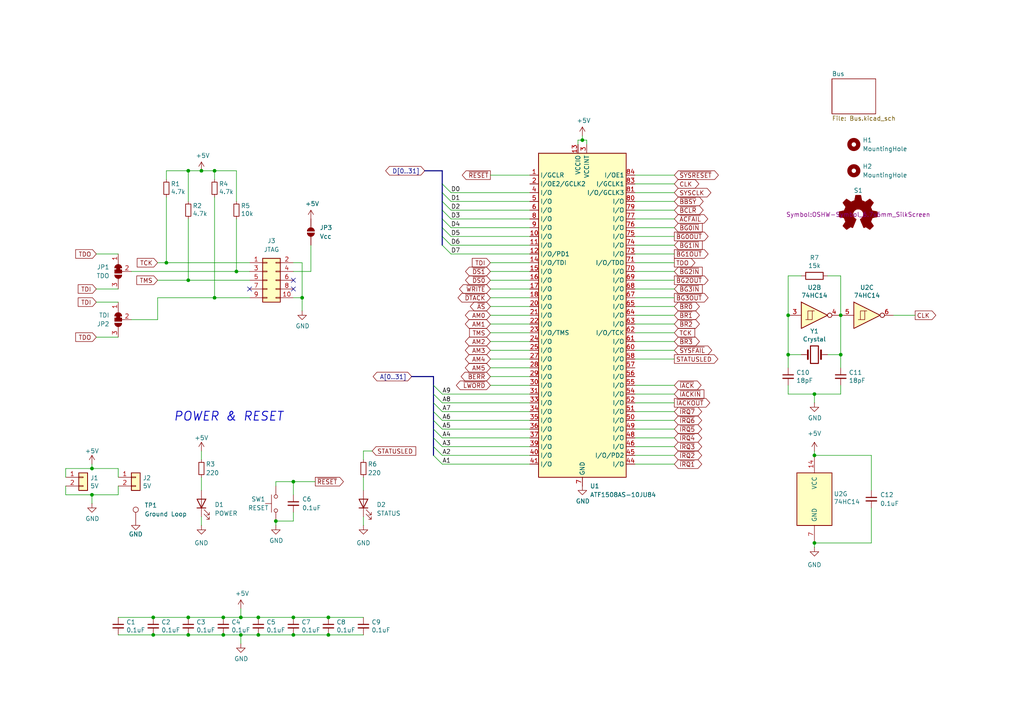
<source format=kicad_sch>
(kicad_sch (version 20231120) (generator "eeschema") (generator_version "8.0")
  (paper "A4")
  (title_block (title "VME SystemBoard") (rev "1"))
  (lib_symbols
    (symbol "74xx:74HC14" (pin_names (offset 1.016))
      (property "Reference" "U" (at 0 1.27 0))
      (property "Value" "74HC14" (at 0 -1.27 0))
      (symbol "74HC14_1_0"
        (pin input line (at -7.62 0 0) (length 3.81) (name "~") (number "1"))
        (pin output inverted (at 7.62 0 180) (length 3.81) (name "~") (number "2"))
      )
      (symbol "74HC14_2_0"
        (pin input line (at -7.62 0 0) (length 3.81) (name "~") (number "3"))
        (pin output inverted (at 7.62 0 180) (length 3.81) (name "~") (number "4"))
      )
      (symbol "74HC14_3_0"
        (pin input line (at -7.62 0 0) (length 3.81) (name "~") (number "5"))
        (pin output inverted (at 7.62 0 180) (length 3.81) (name "~") (number "6"))
      )
      (symbol "74HC14_4_0"
        (pin output inverted (at 7.62 0 180) (length 3.81) (name "~") (number "8"))
        (pin input line (at -7.62 0 0) (length 3.81) (name "~") (number "9"))
      )
      (symbol "74HC14_5_0"
        (pin output inverted (at 7.62 0 180) (length 3.81) (name "~") (number "10"))
        (pin input line (at -7.62 0 0) (length 3.81) (name "~") (number "11"))
      )
      (symbol "74HC14_6_0"
        (pin output inverted (at 7.62 0 180) (length 3.81) (name "~") (number "12"))
        (pin input line (at -7.62 0 0) (length 3.81) (name "~") (number "13"))
      )
      (symbol "74HC14_7_0"
        (pin power_in line (at 0 12.7 270) (length 5.08) (name "VCC") (number "14"))
        (pin power_in line (at 0 -12.7 90) (length 5.08) (name "GND") (number "7"))
      )
    )
    (symbol "Computie_CPLDs:ATF1508AS-10JU84"
      (property "Reference" "U" (at -12.7 48.26 0))
      (property "Value" "ATF1508AS-10JU84" (at 22.86 48.26 0))
      (symbol "ATF1508AS-10JU84_1_1"
        (pin input line (at -15.24 40.64 0) (length 2.54) (name "I/GCLR") (number "1"))
        (pin bidirectional line (at -15.24 22.86 0) (length 2.54) (name "I/O") (number "10"))
        (pin bidirectional line (at -15.24 20.32 0) (length 2.54) (name "I/O") (number "11"))
        (pin bidirectional line (at -15.24 17.78 0) (length 2.54) (name "I/O/PD1") (number "12"))
        (pin power_in line (at -1.27 49.53 270) (length 2.54) (name "VCCIO") (number "13"))
        (pin bidirectional line (at -15.24 15.24 0) (length 2.54) (name "I/O/TDI") (number "14"))
        (pin bidirectional line (at -15.24 12.7 0) (length 2.54) (name "I/O") (number "15"))
        (pin bidirectional line (at -15.24 10.16 0) (length 2.54) (name "I/O") (number "16"))
        (pin bidirectional line (at -15.24 7.62 0) (length 2.54) (name "I/O") (number "17"))
        (pin bidirectional line (at -15.24 5.08 0) (length 2.54) (name "I/O") (number "18"))
        (pin passive line (at 0 -49.53 90) (length 2.54) hide (name "GND") (number "19"))
        (pin input line (at -15.24 38.1 0) (length 2.54) (name "I/OE2/GCLK2") (number "2"))
        (pin bidirectional line (at -15.24 2.54 0) (length 2.54) (name "I/O") (number "20"))
        (pin bidirectional line (at -15.24 0 0) (length 2.54) (name "I/O") (number "21"))
        (pin bidirectional line (at -15.24 -2.54 0) (length 2.54) (name "I/O") (number "22"))
        (pin bidirectional line (at -15.24 -5.08 0) (length 2.54) (name "I/O/TMS") (number "23"))
        (pin bidirectional line (at -15.24 -7.62 0) (length 2.54) (name "I/O") (number "24"))
        (pin bidirectional line (at -15.24 -10.16 0) (length 2.54) (name "I/O") (number "25"))
        (pin passive line (at -1.27 49.53 270) (length 2.54) hide (name "VCCIO") (number "26"))
        (pin bidirectional line (at -15.24 -12.7 0) (length 2.54) (name "I/O") (number "27"))
        (pin bidirectional line (at -15.24 -15.24 0) (length 2.54) (name "I/O") (number "28"))
        (pin bidirectional line (at -15.24 -17.78 0) (length 2.54) (name "I/O") (number "29"))
        (pin power_in line (at 1.27 49.53 270) (length 2.54) (name "VCCINT") (number "3"))
        (pin bidirectional line (at -15.24 -20.32 0) (length 2.54) (name "I/O") (number "30"))
        (pin bidirectional line (at -15.24 -22.86 0) (length 2.54) (name "I/O") (number "31"))
        (pin passive line (at 0 -49.53 90) (length 2.54) hide (name "GND") (number "32"))
        (pin bidirectional line (at -15.24 -25.4 0) (length 2.54) (name "I/O") (number "33"))
        (pin bidirectional line (at -15.24 -27.94 0) (length 2.54) (name "I/O") (number "34"))
        (pin bidirectional line (at -15.24 -30.48 0) (length 2.54) (name "I/O") (number "35"))
        (pin bidirectional line (at -15.24 -33.02 0) (length 2.54) (name "I/O") (number "36"))
        (pin bidirectional line (at -15.24 -35.56 0) (length 2.54) (name "I/O") (number "37"))
        (pin passive line (at -1.27 49.53 270) (length 2.54) hide (name "VCCIO") (number "38"))
        (pin bidirectional line (at -15.24 -38.1 0) (length 2.54) (name "I/O") (number "39"))
        (pin bidirectional line (at -15.24 35.56 0) (length 2.54) (name "I/O") (number "4"))
        (pin bidirectional line (at -15.24 -40.64 0) (length 2.54) (name "I/O") (number "40"))
        (pin bidirectional line (at -15.24 -43.18 0) (length 2.54) (name "I/O") (number "41"))
        (pin passive line (at 0 -49.53 90) (length 2.54) hide (name "GND") (number "42"))
        (pin passive line (at 1.27 49.53 270) (length 2.54) hide (name "VCCINT") (number "43"))
        (pin bidirectional line (at 15.24 -43.18 180) (length 2.54) (name "I/O") (number "44"))
        (pin bidirectional line (at 15.24 -40.64 180) (length 2.54) (name "I/O/PD2") (number "45"))
        (pin bidirectional line (at 15.24 -38.1 180) (length 2.54) (name "I/O") (number "46"))
        (pin passive line (at 0 -49.53 90) (length 2.54) hide (name "GND") (number "47"))
        (pin bidirectional line (at 15.24 -35.56 180) (length 2.54) (name "I/O") (number "48"))
        (pin bidirectional line (at 15.24 -33.02 180) (length 2.54) (name "I/O") (number "49"))
        (pin bidirectional line (at -15.24 33.02 0) (length 2.54) (name "I/O") (number "5"))
        (pin bidirectional line (at 15.24 -30.48 180) (length 2.54) (name "I/O") (number "50"))
        (pin bidirectional line (at 15.24 -27.94 180) (length 2.54) (name "I/O") (number "51"))
        (pin bidirectional line (at 15.24 -25.4 180) (length 2.54) (name "I/O") (number "52"))
        (pin passive line (at -1.27 49.53 270) (length 2.54) hide (name "VCCIO") (number "53"))
        (pin bidirectional line (at 15.24 -22.86 180) (length 2.54) (name "I/O") (number "54"))
        (pin bidirectional line (at 15.24 -20.32 180) (length 2.54) (name "I/O") (number "55"))
        (pin bidirectional line (at 15.24 -17.78 180) (length 2.54) (name "I/O") (number "56"))
        (pin bidirectional line (at 15.24 -15.24 180) (length 2.54) (name "I/O") (number "57"))
        (pin bidirectional line (at 15.24 -12.7 180) (length 2.54) (name "I/O") (number "58"))
        (pin passive line (at 0 -49.53 90) (length 2.54) hide (name "GND") (number "59"))
        (pin bidirectional line (at -15.24 30.48 0) (length 2.54) (name "I/O") (number "6"))
        (pin bidirectional line (at 15.24 -10.16 180) (length 2.54) (name "I/O") (number "60"))
        (pin bidirectional line (at 15.24 -7.62 180) (length 2.54) (name "I/O") (number "61"))
        (pin bidirectional line (at 15.24 -5.08 180) (length 2.54) (name "I/O/TCK") (number "62"))
        (pin bidirectional line (at 15.24 -2.54 180) (length 2.54) (name "I/O") (number "63"))
        (pin bidirectional line (at 15.24 0 180) (length 2.54) (name "I/O") (number "64"))
        (pin bidirectional line (at 15.24 2.54 180) (length 2.54) (name "I/O") (number "65"))
        (pin passive line (at -1.27 49.53 270) (length 2.54) hide (name "VCCIO") (number "66"))
        (pin bidirectional line (at 15.24 5.08 180) (length 2.54) (name "I/O") (number "67"))
        (pin bidirectional line (at 15.24 7.62 180) (length 2.54) (name "I/O") (number "68"))
        (pin bidirectional line (at 15.24 10.16 180) (length 2.54) (name "I/O") (number "69"))
        (pin power_in line (at 0 -49.53 90) (length 2.54) (name "GND") (number "7"))
        (pin bidirectional line (at 15.24 12.7 180) (length 2.54) (name "I/O") (number "70"))
        (pin bidirectional line (at 15.24 15.24 180) (length 2.54) (name "I/O/TDO") (number "71"))
        (pin passive line (at 0 -49.53 90) (length 2.54) hide (name "GND") (number "72"))
        (pin bidirectional line (at 15.24 17.78 180) (length 2.54) (name "I/O") (number "73"))
        (pin bidirectional line (at 15.24 20.32 180) (length 2.54) (name "I/O") (number "74"))
        (pin bidirectional line (at 15.24 22.86 180) (length 2.54) (name "I/O") (number "75"))
        (pin bidirectional line (at 15.24 25.4 180) (length 2.54) (name "I/O") (number "76"))
        (pin bidirectional line (at 15.24 27.94 180) (length 2.54) (name "I/O") (number "77"))
        (pin passive line (at -1.27 49.53 270) (length 2.54) hide (name "VCCIO") (number "78"))
        (pin bidirectional line (at 15.24 30.48 180) (length 2.54) (name "I/O") (number "79"))
        (pin bidirectional line (at -15.24 27.94 0) (length 2.54) (name "I/O") (number "8"))
        (pin bidirectional line (at 15.24 33.02 180) (length 2.54) (name "I/O") (number "80"))
        (pin bidirectional line (at 15.24 35.56 180) (length 2.54) (name "I/O/GCLK3") (number "81"))
        (pin passive line (at 0 -49.53 90) (length 2.54) hide (name "GND") (number "82"))
        (pin input line (at 15.24 38.1 180) (length 2.54) (name "I/GCLK1") (number "83"))
        (pin input line (at 15.24 40.64 180) (length 2.54) (name "I/OE1") (number "84"))
        (pin bidirectional line (at -15.24 25.4 0) (length 2.54) (name "I/O") (number "9"))
      )
    )
    (symbol "Connector:TestPoint" (pin_numbers hide) (pin_names (offset 0.762) hide)
      (property "Reference" "TP" (at 0 6.858 0))
      (property "Value" "TestPoint" (at 0 5.08 0))
      (symbol "TestPoint_1_1"
        (pin passive line (at 0 0 90) (length 2.54) (name "1") (number "1"))
      )
    )
    (symbol "Connector_Generic:Conn_01x02" (pin_names (offset 1.016) hide)
      (property "Reference" "J" (at 0 2.54 0))
      (property "Value" "Conn_01x02" (at 0 -5.08 0))
      (symbol "Conn_01x02_1_1"
        (pin passive line (at -5.08 0 0) (length 3.81) (name "Pin_1") (number "1"))
        (pin passive line (at -5.08 -2.54 0) (length 3.81) (name "Pin_2") (number "2"))
      )
    )
    (symbol "Connector_Generic:Conn_02x05_Odd_Even" (pin_names (offset 1.016) hide)
      (property "Reference" "J" (at 1.27 7.62 0))
      (property "Value" "Conn_02x05_Odd_Even" (at 1.27 -7.62 0))
      (symbol "Conn_02x05_Odd_Even_1_1"
        (pin passive line (at -5.08 5.08 0) (length 3.81) (name "Pin_1") (number "1"))
        (pin passive line (at 7.62 -5.08 180) (length 3.81) (name "Pin_10") (number "10"))
        (pin passive line (at 7.62 5.08 180) (length 3.81) (name "Pin_2") (number "2"))
        (pin passive line (at -5.08 2.54 0) (length 3.81) (name "Pin_3") (number "3"))
        (pin passive line (at 7.62 2.54 180) (length 3.81) (name "Pin_4") (number "4"))
        (pin passive line (at -5.08 0 0) (length 3.81) (name "Pin_5") (number "5"))
        (pin passive line (at 7.62 0 180) (length 3.81) (name "Pin_6") (number "6"))
        (pin passive line (at -5.08 -2.54 0) (length 3.81) (name "Pin_7") (number "7"))
        (pin passive line (at 7.62 -2.54 180) (length 3.81) (name "Pin_8") (number "8"))
        (pin passive line (at -5.08 -5.08 0) (length 3.81) (name "Pin_9") (number "9"))
      )
    )
    (symbol "Device:C_Small" (pin_numbers hide) (pin_names (offset 0.254) hide)
      (property "Reference" "C" (at 0.254 1.778 0))
      (property "Value" "C_Small" (at 0.254 -2.032 0))
      (symbol "C_Small_1_1"
        (pin passive line (at 0 2.54 270) (length 2.032) (name "~") (number "1"))
        (pin passive line (at 0 -2.54 90) (length 2.032) (name "~") (number "2"))
      )
    )
    (symbol "Device:Crystal" (pin_numbers hide) (pin_names (offset 1.016) hide)
      (property "Reference" "Y" (at 0 3.81 0))
      (property "Value" "Crystal" (at 0 -3.81 0))
      (symbol "Crystal_1_1"
        (pin passive line (at -3.81 0 0) (length 1.27) (name "1") (number "1"))
        (pin passive line (at 3.81 0 180) (length 1.27) (name "2") (number "2"))
      )
    )
    (symbol "Device:LED" (pin_numbers hide) (pin_names (offset 1.016) hide)
      (property "Reference" "D" (at 0 2.54 0))
      (property "Value" "LED" (at 0 -2.54 0))
      (symbol "LED_1_1"
        (pin passive line (at -3.81 0 0) (length 2.54) (name "K") (number "1"))
        (pin passive line (at 3.81 0 180) (length 2.54) (name "A") (number "2"))
      )
    )
    (symbol "Device:R" (pin_numbers hide) (pin_names (offset 0))
      (property "Reference" "R" (at 2.032 0 90))
      (property "Value" "R" (at 0 0 90))
      (symbol "R_1_1"
        (pin passive line (at 0 3.81 270) (length 1.27) (name "~") (number "1"))
        (pin passive line (at 0 -3.81 90) (length 1.27) (name "~") (number "2"))
      )
    )
    (symbol "Device:R_Small" (pin_numbers hide) (pin_names (offset 0.254) hide)
      (property "Reference" "R" (at 0.762 0.508 0))
      (property "Value" "R_Small" (at 0.762 -1.016 0))
      (symbol "R_Small_1_1"
        (pin passive line (at 0 2.54 270) (length 0.762) (name "~") (number "1"))
        (pin passive line (at 0 -2.54 90) (length 0.762) (name "~") (number "2"))
      )
    )
    (symbol "Graphic:Logo_Open_Hardware_Small" (in_bom no) (on_board no))
    (symbol "Jumper:SolderJumper_2_Open" (pin_numbers hide) (pin_names (offset 0) hide) (exclude_from_sim yes) (in_bom no)
      (property "Reference" "JP" (at 0 2.032 0))
      (property "Value" "SolderJumper_2_Open" (at 0 -2.54 0))
      (symbol "SolderJumper_2_Open_1_1"
        (pin passive line (at -3.81 0 0) (length 2.54) (name "A") (number "1"))
        (pin passive line (at 3.81 0 180) (length 2.54) (name "B") (number "2"))
      )
    )
    (symbol "Jumper:SolderJumper_3_Bridged12" (pin_names (offset 0) hide) (exclude_from_sim yes) (in_bom no)
      (property "Reference" "JP" (at -2.54 -2.54 0))
      (property "Value" "SolderJumper_3_Bridged12" (at 0 2.794 0))
      (symbol "SolderJumper_3_Bridged12_1_1"
        (pin passive line (at -5.08 0 0) (length 2.54) (name "A") (number "1"))
        (pin passive line (at 0 -3.81 90) (length 2.54) (name "C") (number "2"))
        (pin passive line (at 5.08 0 180) (length 2.54) (name "B") (number "3"))
      )
    )
    (symbol "Mechanical:MountingHole" (pin_names (offset 1.016))
      (property "Reference" "H" (at 0 5.08 0))
      (property "Value" "MountingHole" (at 0 3.175 0))
    )
    (symbol "Switch:SW_Push" (pin_numbers hide) (pin_names (offset 1.016) hide)
      (property "Reference" "SW" (at 1.27 2.54 0))
      (property "Value" "SW_Push" (at 0 -1.524 0))
      (symbol "SW_Push_0_1"
        (pin passive line (at -5.08 0 0) (length 2.54) (name "1") (number "1"))
        (pin passive line (at 5.08 0 180) (length 2.54) (name "2") (number "2"))
      )
    )
    (symbol "power:+5V" (power) (pin_names (offset 0))
      (property "Value" "+5V" (at 0 3.556 0))
      (symbol "+5V_1_1"
        (pin power_in line (at 0 0 90) (length 0) hide (name "+5V") (number "1"))
      )
    )
    (symbol "power:GND" (power) (pin_numbers hide) (pin_names (offset 0) hide)
      (property "Value" "GND" (at 0 -3.81 0))
      (symbol "GND_1_1"
        (pin power_in line (at 0 0 270) (length 0) (name "~") (number "1"))
      )
    )
  )
  (junction (at 236.22 114.3))
  (junction (at 168.91 40.64))
  (junction (at 87.63 86.36))
  (junction (at 228.6 102.87))
  (junction (at 44.45 179.07))
  (junction (at 228.6 91.44))
  (junction (at 95.25 179.07))
  (junction (at 64.77 184.15))
  (junction (at 54.61 81.28))
  (junction (at 64.77 179.07))
  (junction (at 85.09 184.15))
  (junction (at 26.67 135.89))
  (junction (at 69.85 184.15))
  (junction (at 85.09 179.07))
  (junction (at 26.67 143.51))
  (junction (at 80.01 151.13))
  (junction (at 243.84 102.87))
  (junction (at 44.45 184.15))
  (junction (at 54.61 184.15))
  (junction (at 69.85 179.07))
  (junction (at 236.22 157.48))
  (junction (at 243.84 91.44))
  (junction (at 74.93 184.15))
  (junction (at 62.23 49.53))
  (junction (at 54.61 179.07))
  (junction (at 58.42 49.53))
  (junction (at 95.25 184.15))
  (junction (at 85.09 139.7))
  (junction (at 236.22 132.08))
  (junction (at 68.58 78.74))
  (junction (at 54.61 49.53))
  (junction (at 62.23 86.36))
  (junction (at 74.93 179.07))
  (junction (at 48.26 76.2))
  (no_connect (at 85.09 81.28))
  (no_connect (at 85.09 83.82))
  (no_connect (at 72.39 83.82))
  (bus_entry (at 130.81 60.96) (size -2.54 -2.54))
  (bus_entry (at 130.81 66.04) (size -2.54 -2.54))
  (bus_entry (at 130.81 68.58) (size -2.54 -2.54))
  (bus_entry (at 128.27 114.3) (size -2.54 -2.54))
  (bus_entry (at 128.27 127) (size -2.54 -2.54))
  (bus_entry (at 128.27 134.62) (size -2.54 -2.54))
  (bus_entry (at 128.27 132.08) (size -2.54 -2.54))
  (bus_entry (at 128.27 119.38) (size -2.54 -2.54))
  (bus_entry (at 130.81 58.42) (size -2.54 -2.54))
  (bus_entry (at 128.27 124.46) (size -2.54 -2.54))
  (bus_entry (at 128.27 129.54) (size -2.54 -2.54))
  (bus_entry (at 130.81 71.12) (size -2.54 -2.54))
  (bus_entry (at 130.81 63.5) (size -2.54 -2.54))
  (bus_entry (at 128.27 116.84) (size -2.54 -2.54))
  (bus_entry (at 130.81 73.66) (size -2.54 -2.54))
  (bus_entry (at 130.81 55.88) (size -2.54 -2.54))
  (bus_entry (at 128.27 121.92) (size -2.54 -2.54))
  (wire (pts (xy 64.77 179.07) (xy 69.85 179.07)))
  (wire (pts (xy 62.23 49.53) (xy 68.58 49.53)))
  (bus (pts (xy 128.27 55.88) (xy 128.27 58.42)))
  (bus (pts (xy 125.73 114.3) (xy 125.73 116.84)))
  (wire (pts (xy 195.58 127) (xy 184.15 127)))
  (wire (pts (xy 228.6 80.01) (xy 228.6 91.44)))
  (wire (pts (xy 19.05 135.89) (xy 26.67 135.89)))
  (bus (pts (xy 128.27 63.5) (xy 128.27 66.04)))
  (wire (pts (xy 85.09 78.74) (xy 90.17 78.74)))
  (wire (pts (xy 87.63 76.2) (xy 87.63 86.36)))
  (wire (pts (xy 44.45 179.07) (xy 54.61 179.07)))
  (wire (pts (xy 142.24 106.68) (xy 153.67 106.68)))
  (wire (pts (xy 128.27 124.46) (xy 153.67 124.46)))
  (wire (pts (xy 142.24 81.28) (xy 153.67 81.28)))
  (wire (pts (xy 195.58 88.9) (xy 184.15 88.9)))
  (bus (pts (xy 125.73 132.08) (xy 125.73 129.54)))
  (wire (pts (xy 184.15 76.2) (xy 195.58 76.2)))
  (wire (pts (xy 48.26 57.15) (xy 48.26 76.2)))
  (wire (pts (xy 54.61 184.15) (xy 44.45 184.15)))
  (wire (pts (xy 128.27 134.62) (xy 153.67 134.62)))
  (wire (pts (xy 195.58 111.76) (xy 184.15 111.76)))
  (wire (pts (xy 228.6 91.44) (xy 228.6 102.87)))
  (wire (pts (xy 195.58 132.08) (xy 184.15 132.08)))
  (wire (pts (xy 130.81 60.96) (xy 153.67 60.96)))
  (wire (pts (xy 236.22 132.08) (xy 252.73 132.08)))
  (wire (pts (xy 62.23 57.15) (xy 62.23 86.36)))
  (wire (pts (xy 54.61 63.5) (xy 54.61 81.28)))
  (wire (pts (xy 142.24 86.36) (xy 153.67 86.36)))
  (wire (pts (xy 91.44 139.7) (xy 85.09 139.7)))
  (wire (pts (xy 68.58 63.5) (xy 68.58 78.74)))
  (wire (pts (xy 105.41 130.81) (xy 105.41 133.35)))
  (wire (pts (xy 236.22 130.81) (xy 236.22 132.08)))
  (wire (pts (xy 195.58 119.38) (xy 184.15 119.38)))
  (wire (pts (xy 168.91 40.64) (xy 170.18 40.64)))
  (wire (pts (xy 167.64 40.64) (xy 168.91 40.64)))
  (wire (pts (xy 85.09 151.13) (xy 80.01 151.13)))
  (wire (pts (xy 54.61 81.28) (xy 72.39 81.28)))
  (wire (pts (xy 26.67 135.89) (xy 26.67 134.62)))
  (wire (pts (xy 243.84 91.44) (xy 243.84 102.87)))
  (wire (pts (xy 142.24 109.22) (xy 153.67 109.22)))
  (wire (pts (xy 130.81 71.12) (xy 153.67 71.12)))
  (wire (pts (xy 69.85 176.53) (xy 69.85 179.07)))
  (wire (pts (xy 228.6 114.3) (xy 228.6 111.76)))
  (wire (pts (xy 58.42 138.43) (xy 58.42 142.24)))
  (wire (pts (xy 130.81 55.88) (xy 153.67 55.88)))
  (wire (pts (xy 105.41 149.86) (xy 105.41 152.4)))
  (wire (pts (xy 68.58 78.74) (xy 72.39 78.74)))
  (wire (pts (xy 34.29 73.66) (xy 27.94 73.66)))
  (wire (pts (xy 195.58 73.66) (xy 184.15 73.66)))
  (wire (pts (xy 184.15 50.8) (xy 195.58 50.8)))
  (wire (pts (xy 38.1 78.74) (xy 68.58 78.74)))
  (wire (pts (xy 44.45 184.15) (xy 34.29 184.15)))
  (wire (pts (xy 195.58 124.46) (xy 184.15 124.46)))
  (wire (pts (xy 243.84 102.87) (xy 243.84 106.68)))
  (wire (pts (xy 45.72 86.36) (xy 62.23 86.36)))
  (wire (pts (xy 26.67 143.51) (xy 34.29 143.51)))
  (bus (pts (xy 119.38 109.22) (xy 125.73 109.22)))
  (wire (pts (xy 184.15 104.14) (xy 195.58 104.14)))
  (wire (pts (xy 142.24 91.44) (xy 153.67 91.44)))
  (wire (pts (xy 34.29 97.79) (xy 27.94 97.79)))
  (wire (pts (xy 195.58 121.92) (xy 184.15 121.92)))
  (wire (pts (xy 195.58 99.06) (xy 184.15 99.06)))
  (wire (pts (xy 48.26 76.2) (xy 45.72 76.2)))
  (wire (pts (xy 128.27 132.08) (xy 153.67 132.08)))
  (wire (pts (xy 34.29 83.82) (xy 27.94 83.82)))
  (wire (pts (xy 236.22 114.3) (xy 243.84 114.3)))
  (wire (pts (xy 128.27 119.38) (xy 153.67 119.38)))
  (wire (pts (xy 45.72 92.71) (xy 45.72 86.36)))
  (wire (pts (xy 232.41 80.01) (xy 228.6 80.01)))
  (wire (pts (xy 195.58 63.5) (xy 184.15 63.5)))
  (wire (pts (xy 236.22 114.3) (xy 236.22 116.84)))
  (wire (pts (xy 259.08 91.44) (xy 265.43 91.44)))
  (bus (pts (xy 123.19 49.53) (xy 128.27 49.53)))
  (wire (pts (xy 142.24 83.82) (xy 153.67 83.82)))
  (wire (pts (xy 142.24 104.14) (xy 153.67 104.14)))
  (bus (pts (xy 125.73 124.46) (xy 125.73 121.92)))
  (wire (pts (xy 95.25 184.15) (xy 105.41 184.15)))
  (wire (pts (xy 85.09 86.36) (xy 87.63 86.36)))
  (wire (pts (xy 195.58 58.42) (xy 184.15 58.42)))
  (wire (pts (xy 228.6 114.3) (xy 236.22 114.3)))
  (wire (pts (xy 64.77 184.15) (xy 69.85 184.15)))
  (wire (pts (xy 195.58 86.36) (xy 184.15 86.36)))
  (wire (pts (xy 34.29 140.97) (xy 34.29 143.51)))
  (wire (pts (xy 195.58 60.96) (xy 184.15 60.96)))
  (wire (pts (xy 80.01 139.7) (xy 80.01 140.97)))
  (wire (pts (xy 48.26 49.53) (xy 54.61 49.53)))
  (wire (pts (xy 85.09 139.7) (xy 85.09 143.51)))
  (wire (pts (xy 128.27 116.84) (xy 153.67 116.84)))
  (wire (pts (xy 130.81 73.66) (xy 153.67 73.66)))
  (wire (pts (xy 19.05 143.51) (xy 19.05 140.97)))
  (wire (pts (xy 54.61 184.15) (xy 64.77 184.15)))
  (wire (pts (xy 142.24 101.6) (xy 153.67 101.6)))
  (wire (pts (xy 34.29 87.63) (xy 27.94 87.63)))
  (wire (pts (xy 69.85 179.07) (xy 74.93 179.07)))
  (wire (pts (xy 195.58 91.44) (xy 184.15 91.44)))
  (wire (pts (xy 69.85 184.15) (xy 69.85 186.69)))
  (wire (pts (xy 80.01 151.13) (xy 80.01 152.4)))
  (wire (pts (xy 243.84 80.01) (xy 243.84 91.44)))
  (wire (pts (xy 74.93 179.07) (xy 85.09 179.07)))
  (wire (pts (xy 105.41 130.81) (xy 107.95 130.81)))
  (wire (pts (xy 19.05 143.51) (xy 26.67 143.51)))
  (wire (pts (xy 184.15 101.6) (xy 195.58 101.6)))
  (wire (pts (xy 58.42 49.53) (xy 62.23 49.53)))
  (wire (pts (xy 130.81 66.04) (xy 153.67 66.04)))
  (wire (pts (xy 87.63 86.36) (xy 87.63 90.17)))
  (wire (pts (xy 195.58 71.12) (xy 184.15 71.12)))
  (bus (pts (xy 128.27 58.42) (xy 128.27 60.96)))
  (wire (pts (xy 153.67 76.2) (xy 142.24 76.2)))
  (wire (pts (xy 184.15 53.34) (xy 195.58 53.34)))
  (wire (pts (xy 195.58 83.82) (xy 184.15 83.82)))
  (wire (pts (xy 195.58 68.58) (xy 184.15 68.58)))
  (wire (pts (xy 153.67 96.52) (xy 142.24 96.52)))
  (wire (pts (xy 19.05 135.89) (xy 19.05 138.43)))
  (wire (pts (xy 252.73 157.48) (xy 236.22 157.48)))
  (wire (pts (xy 105.41 179.07) (xy 95.25 179.07)))
  (bus (pts (xy 128.27 68.58) (xy 128.27 71.12)))
  (wire (pts (xy 142.24 50.8) (xy 153.67 50.8)))
  (wire (pts (xy 54.61 81.28) (xy 45.72 81.28)))
  (wire (pts (xy 240.03 102.87) (xy 243.84 102.87)))
  (wire (pts (xy 195.58 93.98) (xy 184.15 93.98)))
  (bus (pts (xy 128.27 49.53) (xy 128.27 53.34)))
  (wire (pts (xy 195.58 116.84) (xy 184.15 116.84)))
  (wire (pts (xy 195.58 129.54) (xy 184.15 129.54)))
  (wire (pts (xy 68.58 58.42) (xy 68.58 49.53)))
  (wire (pts (xy 26.67 146.05) (xy 26.67 143.51)))
  (wire (pts (xy 240.03 80.01) (xy 243.84 80.01)))
  (wire (pts (xy 58.42 130.81) (xy 58.42 133.35)))
  (bus (pts (xy 128.27 60.96) (xy 128.27 63.5)))
  (wire (pts (xy 128.27 121.92) (xy 153.67 121.92)))
  (wire (pts (xy 195.58 134.62) (xy 184.15 134.62)))
  (bus (pts (xy 128.27 66.04) (xy 128.27 68.58)))
  (bus (pts (xy 125.73 127) (xy 125.73 124.46)))
  (wire (pts (xy 142.24 93.98) (xy 153.67 93.98)))
  (wire (pts (xy 142.24 88.9) (xy 153.67 88.9)))
  (wire (pts (xy 34.29 138.43) (xy 34.29 135.89)))
  (wire (pts (xy 142.24 111.76) (xy 153.67 111.76)))
  (wire (pts (xy 85.09 184.15) (xy 95.25 184.15)))
  (wire (pts (xy 184.15 55.88) (xy 195.58 55.88)))
  (wire (pts (xy 195.58 66.04) (xy 184.15 66.04)))
  (wire (pts (xy 85.09 76.2) (xy 87.63 76.2)))
  (wire (pts (xy 142.24 99.06) (xy 153.67 99.06)))
  (wire (pts (xy 26.67 135.89) (xy 34.29 135.89)))
  (wire (pts (xy 184.15 96.52) (xy 195.58 96.52)))
  (wire (pts (xy 252.73 147.32) (xy 252.73 157.48)))
  (bus (pts (xy 125.73 129.54) (xy 125.73 127)))
  (wire (pts (xy 34.29 179.07) (xy 44.45 179.07)))
  (wire (pts (xy 167.64 41.91) (xy 167.64 40.64)))
  (bus (pts (xy 125.73 116.84) (xy 125.73 119.38)))
  (wire (pts (xy 170.18 40.64) (xy 170.18 41.91)))
  (wire (pts (xy 228.6 102.87) (xy 228.6 106.68)))
  (wire (pts (xy 236.22 158.75) (xy 236.22 157.48)))
  (wire (pts (xy 195.58 114.3) (xy 184.15 114.3)))
  (wire (pts (xy 48.26 52.07) (xy 48.26 49.53)))
  (bus (pts (xy 125.73 119.38) (xy 125.73 121.92)))
  (wire (pts (xy 243.84 111.76) (xy 243.84 114.3)))
  (wire (pts (xy 58.42 149.86) (xy 58.42 152.4)))
  (wire (pts (xy 62.23 49.53) (xy 62.23 52.07)))
  (wire (pts (xy 128.27 127) (xy 153.67 127)))
  (bus (pts (xy 125.73 109.22) (xy 125.73 111.76)))
  (wire (pts (xy 54.61 49.53) (xy 58.42 49.53)))
  (wire (pts (xy 195.58 81.28) (xy 184.15 81.28)))
  (wire (pts (xy 105.41 138.43) (xy 105.41 142.24)))
  (wire (pts (xy 54.61 49.53) (xy 54.61 58.42)))
  (wire (pts (xy 228.6 102.87) (xy 232.41 102.87)))
  (wire (pts (xy 95.25 179.07) (xy 85.09 179.07)))
  (wire (pts (xy 74.93 184.15) (xy 85.09 184.15)))
  (bus (pts (xy 128.27 53.34) (xy 128.27 55.88)))
  (wire (pts (xy 142.24 78.74) (xy 153.67 78.74)))
  (wire (pts (xy 62.23 86.36) (xy 72.39 86.36)))
  (wire (pts (xy 130.81 58.42) (xy 153.67 58.42)))
  (wire (pts (xy 130.81 68.58) (xy 153.67 68.58)))
  (wire (pts (xy 48.26 76.2) (xy 72.39 76.2)))
  (bus (pts (xy 125.73 111.76) (xy 125.73 114.3)))
  (wire (pts (xy 38.1 92.71) (xy 45.72 92.71)))
  (wire (pts (xy 85.09 139.7) (xy 80.01 139.7)))
  (wire (pts (xy 252.73 142.24) (xy 252.73 132.08)))
  (wire (pts (xy 128.27 129.54) (xy 153.67 129.54)))
  (wire (pts (xy 130.81 63.5) (xy 153.67 63.5)))
  (wire (pts (xy 54.61 179.07) (xy 64.77 179.07)))
  (wire (pts (xy 168.91 39.37) (xy 168.91 40.64)))
  (wire (pts (xy 85.09 148.59) (xy 85.09 151.13)))
  (wire (pts (xy 90.17 71.12) (xy 90.17 78.74)))
  (wire (pts (xy 128.27 114.3) (xy 153.67 114.3)))
  (wire (pts (xy 195.58 78.74) (xy 184.15 78.74)))
  (wire (pts (xy 69.85 184.15) (xy 74.93 184.15)))
  (text "POWER & RESET\n" (at 50.292 122.428 0) (effects (font (size 2.56 2.56) (thickness 0.254) (bold yes) (italic yes)) (justify left bottom)))
  (label "D1" (at 130.81 58.42 0))
  (label "A1" (at 128.27 134.62 0))
  (label "D7" (at 130.81 73.66 0))
  (label "A6" (at 128.27 121.92 0))
  (label "A7" (at 128.27 119.38 0))
  (label "A5" (at 128.27 124.46 0))
  (label "D5" (at 130.81 68.58 0))
  (label "D2" (at 130.81 60.96 0))
  (label "A9" (at 128.27 114.3 0))
  (label "A2" (at 128.27 132.08 0))
  (label "A4" (at 128.27 127 0))
  (label "A3" (at 128.27 129.54 0))
  (label "A8" (at 128.27 116.84 0))
  (label "D0" (at 130.81 55.88 0))
  (label "D4" (at 130.81 66.04 0))
  (label "D6" (at 130.81 71.12 0))
  (label "D3" (at 130.81 63.5 0))
  (global_label "~{BG2OUT}" (shape output) (at 195.58 81.28 0) (property "Intersheetrefs" "${INTERSHEET_REFS}" (effects (hide yes))))
  (global_label "TMS" (shape input) (at 142.24 96.52 180) (property "Intersheetrefs" "${INTERSHEET_REFS}" (effects (hide yes))))
  (global_label "STATUSLED" (shape input) (at 107.95 130.81 0) (property "Intersheetrefs" "${INTERSHEET_REFS}" (effects (hide yes))))
  (global_label "TCK" (shape input) (at 195.58 96.52 0) (property "Intersheetrefs" "${INTERSHEET_REFS}" (effects (hide yes))))
  (global_label "~{IRQ7}" (shape bidirectional) (at 195.58 119.38 0) (property "Intersheetrefs" "${INTERSHEET_REFS}" (effects (hide yes))))
  (global_label "~{SYSFAIL}" (shape bidirectional) (at 195.58 101.6 0) (property "Intersheetrefs" "${INTERSHEET_REFS}" (effects (hide yes))))
  (global_label "~{IRQ2}" (shape bidirectional) (at 195.58 132.08 0) (property "Intersheetrefs" "${INTERSHEET_REFS}" (effects (hide yes))))
  (global_label "~{RESET}" (shape output) (at 91.44 139.7 0) (property "Intersheetrefs" "${INTERSHEET_REFS}" (effects (hide yes))))
  (global_label "~{IACKIN}" (shape input) (at 195.58 114.3 0) (property "Intersheetrefs" "${INTERSHEET_REFS}" (effects (hide yes))))
  (global_label "TDI" (shape input) (at 27.94 83.82 180) (property "Intersheetrefs" "${INTERSHEET_REFS}" (effects (hide yes))))
  (global_label "~{ACFAIL}" (shape bidirectional) (at 195.58 63.5 0) (property "Intersheetrefs" "${INTERSHEET_REFS}" (effects (hide yes))))
  (global_label "~{BG1OUT}" (shape output) (at 195.58 73.66 0) (property "Intersheetrefs" "${INTERSHEET_REFS}" (effects (hide yes))))
  (global_label "~{BCLR}" (shape bidirectional) (at 195.58 60.96 0) (property "Intersheetrefs" "${INTERSHEET_REFS}" (effects (hide yes))))
  (global_label "TDI" (shape input) (at 142.24 76.2 180) (property "Intersheetrefs" "${INTERSHEET_REFS}" (effects (hide yes))))
  (global_label "~{BG3IN}" (shape input) (at 195.58 83.82 0) (property "Intersheetrefs" "${INTERSHEET_REFS}" (effects (hide yes))))
  (global_label "D[0..31]" (shape bidirectional) (at 123.19 49.53 180) (property "Intersheetrefs" "${INTERSHEET_REFS}" (effects (hide yes))))
  (global_label "TDO" (shape input) (at 27.94 97.79 180) (property "Intersheetrefs" "${INTERSHEET_REFS}" (effects (hide yes))))
  (global_label "TCK" (shape input) (at 45.72 76.2 180) (property "Intersheetrefs" "${INTERSHEET_REFS}" (effects (hide yes))))
  (global_label "SYSCLK" (shape bidirectional) (at 195.58 55.88 0) (property "Intersheetrefs" "${INTERSHEET_REFS}" (effects (hide yes))))
  (global_label "~{BERR}" (shape bidirectional) (at 142.24 109.22 180) (property "Intersheetrefs" "${INTERSHEET_REFS}" (effects (hide yes))))
  (global_label "~{DTACK}" (shape bidirectional) (at 142.24 86.36 180) (property "Intersheetrefs" "${INTERSHEET_REFS}" (effects (hide yes))))
  (global_label "~{DS1}" (shape bidirectional) (at 142.24 78.74 180) (property "Intersheetrefs" "${INTERSHEET_REFS}" (effects (hide yes))))
  (global_label "~{IRQ6}" (shape bidirectional) (at 195.58 121.92 0) (property "Intersheetrefs" "${INTERSHEET_REFS}" (effects (hide yes))))
  (global_label "~{AS}" (shape bidirectional) (at 142.24 88.9 180) (property "Intersheetrefs" "${INTERSHEET_REFS}" (effects (hide yes))))
  (global_label "~{SYSRESET}" (shape bidirectional) (at 195.58 50.8 0) (property "Intersheetrefs" "${INTERSHEET_REFS}" (effects (hide yes))))
  (global_label "~{BG0OUT}" (shape output) (at 195.58 68.58 0) (property "Intersheetrefs" "${INTERSHEET_REFS}" (effects (hide yes))))
  (global_label "CLK" (shape bidirectional) (at 195.58 53.34 0) (property "Intersheetrefs" "${INTERSHEET_REFS}" (effects (hide yes))))
  (global_label "~{IRQ5}" (shape bidirectional) (at 195.58 124.46 0) (property "Intersheetrefs" "${INTERSHEET_REFS}" (effects (hide yes))))
  (global_label "~{IRQ4}" (shape bidirectional) (at 195.58 127 0) (property "Intersheetrefs" "${INTERSHEET_REFS}" (effects (hide yes))))
  (global_label "~{LWORD}" (shape bidirectional) (at 142.24 111.76 180) (property "Intersheetrefs" "${INTERSHEET_REFS}" (effects (hide yes))))
  (global_label "~{IRQ3}" (shape bidirectional) (at 195.58 129.54 0) (property "Intersheetrefs" "${INTERSHEET_REFS}" (effects (hide yes))))
  (global_label "AM2" (shape bidirectional) (at 142.24 99.06 180) (property "Intersheetrefs" "${INTERSHEET_REFS}" (effects (hide yes))))
  (global_label "AM3" (shape bidirectional) (at 142.24 101.6 180) (property "Intersheetrefs" "${INTERSHEET_REFS}" (effects (hide yes))))
  (global_label "~{IRQ1}" (shape bidirectional) (at 195.58 134.62 0) (property "Intersheetrefs" "${INTERSHEET_REFS}" (effects (hide yes))))
  (global_label "~{BR2}" (shape bidirectional) (at 195.58 93.98 0) (property "Intersheetrefs" "${INTERSHEET_REFS}" (effects (hide yes))))
  (global_label "AM5" (shape bidirectional) (at 142.24 106.68 180) (property "Intersheetrefs" "${INTERSHEET_REFS}" (effects (hide yes))))
  (global_label "AM1" (shape bidirectional) (at 142.24 93.98 180) (property "Intersheetrefs" "${INTERSHEET_REFS}" (effects (hide yes))))
  (global_label "AM4" (shape bidirectional) (at 142.24 104.14 180) (property "Intersheetrefs" "${INTERSHEET_REFS}" (effects (hide yes))))
  (global_label "~{BG1IN}" (shape input) (at 195.58 71.12 0) (property "Intersheetrefs" "${INTERSHEET_REFS}" (effects (hide yes))))
  (global_label "TDO" (shape input) (at 27.94 73.66 180) (property "Intersheetrefs" "${INTERSHEET_REFS}" (effects (hide yes))))
  (global_label "TDI" (shape input) (at 27.94 87.63 180) (property "Intersheetrefs" "${INTERSHEET_REFS}" (effects (hide yes))))
  (global_label "A[0..31]" (shape bidirectional) (at 119.38 109.22 180) (property "Intersheetrefs" "${INTERSHEET_REFS}" (effects (hide yes))))
  (global_label "~{BR1}" (shape bidirectional) (at 195.58 91.44 0) (property "Intersheetrefs" "${INTERSHEET_REFS}" (effects (hide yes))))
  (global_label "TMS" (shape input) (at 45.72 81.28 180) (property "Intersheetrefs" "${INTERSHEET_REFS}" (effects (hide yes))))
  (global_label "~{BR0}" (shape bidirectional) (at 195.58 88.9 0) (property "Intersheetrefs" "${INTERSHEET_REFS}" (effects (hide yes))))
  (global_label "~{BG2IN}" (shape input) (at 195.58 78.74 0) (property "Intersheetrefs" "${INTERSHEET_REFS}" (effects (hide yes))))
  (global_label "~{RESET}" (shape output) (at 142.24 50.8 180) (property "Intersheetrefs" "${INTERSHEET_REFS}" (effects (hide yes))))
  (global_label "~{BR3}" (shape bidirectional) (at 195.58 99.06 0) (property "Intersheetrefs" "${INTERSHEET_REFS}" (effects (hide yes))))
  (global_label "~{WRITE}" (shape bidirectional) (at 142.24 83.82 180) (property "Intersheetrefs" "${INTERSHEET_REFS}" (effects (hide yes))))
  (global_label "~{BG0IN}" (shape input) (at 195.58 66.04 0) (property "Intersheetrefs" "${INTERSHEET_REFS}" (effects (hide yes))))
  (global_label "AM0" (shape bidirectional) (at 142.24 91.44 180) (property "Intersheetrefs" "${INTERSHEET_REFS}" (effects (hide yes))))
  (global_label "~{IACKOUT}" (shape output) (at 195.58 116.84 0) (property "Intersheetrefs" "${INTERSHEET_REFS}" (effects (hide yes))))
  (global_label "~{IACK}" (shape bidirectional) (at 195.58 111.76 0) (property "Intersheetrefs" "${INTERSHEET_REFS}" (effects (hide yes))))
  (global_label "CLK" (shape output) (at 265.43 91.44 0) (property "Intersheetrefs" "${INTERSHEET_REFS}" (effects (hide yes))))
  (global_label "~{BG3OUT}" (shape output) (at 195.58 86.36 0) (property "Intersheetrefs" "${INTERSHEET_REFS}" (effects (hide yes))))
  (global_label "~{DS0}" (shape bidirectional) (at 142.24 81.28 180) (property "Intersheetrefs" "${INTERSHEET_REFS}" (effects (hide yes))))
  (global_label "STATUSLED" (shape output) (at 195.58 104.14 0) (property "Intersheetrefs" "${INTERSHEET_REFS}" (effects (hide yes))))
  (global_label "~{BBSY}" (shape bidirectional) (at 195.58 58.42 0) (property "Intersheetrefs" "${INTERSHEET_REFS}" (effects (hide yes))))
  (global_label "TDO" (shape output) (at 195.58 76.2 0) (property "Intersheetrefs" "${INTERSHEET_REFS}" (effects (hide yes))))
  (symbol (lib_id "Connector:TestPoint") (at 39.37 151.13 0) (unit 1)
    (property "Reference" "TP1" (at 41.91 146.558 0) (effects (justify left)))
    (property "Value" "Ground Loop" (at 41.91 149.098 0) (effects (justify left)))
    (property "Footprint" "TestPoint:TestPoint_Loop_D2.60mm_Drill1.6mm_Beaded" (effects (hide yes)))
  )
  (symbol (lib_id "Device:C_Small") (at 54.61 181.61 0) (unit 1)
    (property "Reference" "C3" (at 56.9468 180.4416 0) (effects (justify left)))
    (property "Value" "0.1uF" (at 56.9468 182.753 0) (effects (justify left)))
    (property "Footprint" "Capacitor_SMD:C_0805_2012Metric_Pad1.18x1.45mm_HandSolder" (effects (hide yes)))
  )
  (symbol (lib_id "Mechanical:MountingHole") (at 247.65 49.53 0) (unit 1)
    (property "Reference" "H2" (at 250.19 48.26 0) (effects (justify left)))
    (property "Value" "MountingHole" (at 250.19 50.8 0) (effects (justify left)))
    (property "Footprint" "MountingHole:MountingHole_2.7mm_M2.5_DIN965" (effects (hide yes)))
  )
  (symbol (lib_id "Device:LED") (at 58.42 146.05 90) (unit 1)
    (property "Reference" "D1" (at 62.23 146.3674 90) (effects (justify right)))
    (property "Value" "POWER" (at 62.23 148.9074 90) (effects (justify right)))
    (property "Footprint" "LED_THT:LED_D3.0mm" (effects (hide yes)))
  )
  (symbol (lib_id "power:+5V") (at 90.17 63.5 0) (unit 1)
    (property "Reference" "#PWR011" (effects (hide yes)))
    (property "Value" "+5V" (at 90.551 59.1058 0))
  )
  (symbol (lib_id "Mechanical:MountingHole") (at 247.65 41.91 0) (unit 1)
    (property "Reference" "H1" (at 250.19 40.64 0) (effects (justify left)))
    (property "Value" "MountingHole" (at 250.19 43.18 0) (effects (justify left)))
    (property "Footprint" "MountingHole:MountingHole_2.7mm_M2.5_DIN965" (effects (hide yes)))
  )
  (symbol (lib_id "Connector_Generic:Conn_01x02") (at 39.37 138.43 0) (unit 1)
    (property "Reference" "J2" (at 41.402 138.6332 0) (effects (justify left)))
    (property "Value" "5V" (at 41.402 140.9446 0) (effects (justify left)))
    (property "Footprint" "Connector_PinHeader_2.54mm:PinHeader_1x02_P2.54mm_Vertical" (effects (hide yes)))
  )
  (symbol (lib_id "74xx:74HC14") (at 236.22 91.44 0) (unit 2)
    (property "Reference" "U2" (at 236.22 83.3882 0))
    (property "Value" "74HC14" (at 236.22 85.6996 0))
    (property "Footprint" "Package_DIP:DIP-14_W7.62mm_LongPads" (effects (hide yes)))
    (property "Datasheet" "http://www.ti.com/lit/gpn/sn74HC14" (effects (hide yes)))
  )
  (symbol (lib_id "Device:C_Small") (at 44.45 181.61 0) (unit 1)
    (property "Reference" "C2" (at 46.7868 180.4416 0) (effects (justify left)))
    (property "Value" "0.1uF" (at 46.7868 182.753 0) (effects (justify left)))
    (property "Footprint" "Capacitor_SMD:C_0805_2012Metric_Pad1.18x1.45mm_HandSolder" (effects (hide yes)))
  )
  (symbol (lib_id "power:+5V") (at 236.22 130.81 0) (unit 1)
    (property "Reference" "#PWR016" (effects (hide yes)))
    (property "Value" "+5V" (at 236.22 125.73 0))
  )
  (symbol (lib_id "74xx:74HC14") (at 236.22 144.78 0) (unit 7)
    (property "Reference" "U2" (at 243.84 143.256 0))
    (property "Value" "74HC14" (at 245.618 145.542 0))
    (property "Footprint" "Package_DIP:DIP-14_W7.62mm_LongPads" (effects (hide yes)))
    (property "Datasheet" "http://www.ti.com/lit/gpn/sn74HC14" (effects (hide yes)))
  )
  (symbol (lib_id "Graphic:Logo_Open_Hardware_Small") (at 248.92 62.23 0) (unit 1) (exclude_from_sim yes)
    (property "Reference" "S1" (at 248.92 55.245 0))
    (property "Value" "Logo_Open_Hardware_Small" (effects (hide yes)))
    (property "Footprint" "Symbol:OSHW-Symbol_6.7x6mm_SilkScreen" (at 248.92 62.23 0))
  )
  (symbol (lib_id "power:GND") (at 58.42 152.4 0) (unit 1)
    (property "Reference" "#PWR06" (effects (hide yes)))
    (property "Value" "GND" (at 58.42 157.48 0))
    (property "Description" "Power symbol creates a global label with name \"GND\" , ground" (effects (hide yes)))
  )
  (symbol (lib_id "power:GND") (at 105.41 152.4 0) (unit 1)
    (property "Reference" "#PWR012" (effects (hide yes)))
    (property "Value" "GND" (at 105.41 157.48 0))
    (property "Description" "Power symbol creates a global label with name \"GND\" , ground" (effects (hide yes)))
  )
  (symbol (lib_id "Computie_CPLDs:ATF1508AS-10JU84") (at 168.91 91.44 0) (unit 1)
    (property "Reference" "U1" (at 171.1041 140.97 0) (effects (justify left)))
    (property "Value" "ATF1508AS-10JU84" (at 171.1041 143.51 0) (effects (justify left)))
    (property "Footprint" "Package_LCC:PLCC-84_THT-Socket" (effects (hide yes)))
    (property "Datasheet" "https://ww1.microchip.com/downloads/en/DeviceDoc/doc0784.pdf" (effects (hide yes)))
  )
  (symbol (lib_id "Device:C_Small") (at 105.41 181.61 0) (unit 1)
    (property "Reference" "C9" (at 107.7468 180.4416 0) (effects (justify left)))
    (property "Value" "0.1uF" (at 107.7468 182.753 0) (effects (justify left)))
    (property "Footprint" "Capacitor_SMD:C_0805_2012Metric_Pad1.18x1.45mm_HandSolder" (effects (hide yes)))
  )
  (symbol (lib_id "Jumper:SolderJumper_2_Open") (at 90.17 67.31 90) (unit 1) (exclude_from_sim yes) (in_bom no)
    (property "Reference" "JP3" (at 92.71 66.0399 90) (effects (justify right)))
    (property "Value" "Vcc" (at 92.71 68.5799 90) (effects (justify right)))
    (property "Footprint" "Jumper:SolderJumper-2_P1.3mm_Open_RoundedPad1.0x1.5mm" (effects (hide yes)))
    (property "Description" "Solder Jumper, 2-pole, open" (effects (hide yes)))
  )
  (symbol (lib_id "power:GND") (at 87.63 90.17 0) (unit 1)
    (property "Reference" "#PWR010" (effects (hide yes)))
    (property "Value" "GND" (at 87.757 94.5642 0))
    (property "Description" "Power symbol creates a global label with name \"GND\" , ground" (effects (hide yes)))
  )
  (symbol (lib_id "74xx:74HC14") (at 251.46 91.44 0) (unit 3)
    (property "Reference" "U2" (at 251.46 83.3882 0))
    (property "Value" "74HC14" (at 251.46 85.6996 0))
    (property "Footprint" "Package_DIP:DIP-14_W7.62mm_LongPads" (effects (hide yes)))
    (property "Datasheet" "http://www.ti.com/lit/gpn/sn74HC14" (effects (hide yes)))
  )
  (symbol (lib_id "power:GND") (at 80.01 152.4 0) (unit 1)
    (property "Reference" "#PWR09" (effects (hide yes)))
    (property "Value" "GND" (at 80.137 156.7942 0))
    (property "Description" "Power symbol creates a global label with name \"GND\" , ground" (effects (hide yes)))
  )
  (symbol (lib_id "Device:R_Small") (at 105.41 135.89 0) (unit 1)
    (property "Reference" "R6" (at 106.68 134.62 0) (effects (justify left)))
    (property "Value" "220" (at 106.68 137.16 0) (effects (justify left)))
    (property "Footprint" "Resistor_THT:R_Axial_DIN0204_L3.6mm_D1.6mm_P5.08mm_Horizontal" (effects (hide yes)))
  )
  (symbol (lib_id "Device:C_Small") (at 243.84 109.22 0) (unit 1)
    (property "Reference" "C11" (at 246.1768 108.0516 0) (effects (justify left)))
    (property "Value" "18pF" (at 246.1768 110.363 0) (effects (justify left)))
    (property "Footprint" "Capacitor_THT:C_Disc_D3.0mm_W2.0mm_P2.50mm" (effects (hide yes)))
  )
  (symbol (lib_id "Device:Crystal") (at 236.22 102.87 0) (unit 1)
    (property "Reference" "Y1" (at 236.22 96.0628 0))
    (property "Value" "Crystal" (at 236.22 98.3742 0))
    (property "Footprint" "Crystal:Crystal_HC49-4H_Vertical" (effects (hide yes)))
  )
  (symbol (lib_id "Switch:SW_Push") (at 80.01 146.05 90) (unit 1)
    (property "Reference" "SW1" (at 74.93 144.78 90))
    (property "Value" "RESET" (at 74.93 147.32 90))
    (property "Footprint" "Button_Switch_THT:SW_PUSH_6mm" (effects (hide yes)))
  )
  (symbol (lib_id "Device:LED") (at 105.41 146.05 90) (unit 1)
    (property "Reference" "D2" (at 109.22 146.3674 90) (effects (justify right)))
    (property "Value" "STATUS" (at 109.22 148.9074 90) (effects (justify right)))
    (property "Footprint" "LED_THT:LED_D3.0mm" (effects (hide yes)))
  )
  (symbol (lib_id "Device:C_Small") (at 64.77 181.61 0) (unit 1)
    (property "Reference" "C4" (at 67.1068 180.4416 0) (effects (justify left)))
    (property "Value" "0.1uF" (at 67.1068 182.753 0) (effects (justify left)))
    (property "Footprint" "Capacitor_SMD:C_0805_2012Metric_Pad1.18x1.45mm_HandSolder" (effects (hide yes)))
  )
  (symbol (lib_id "Device:C_Small") (at 228.6 109.22 0) (unit 1)
    (property "Reference" "C10" (at 230.9368 108.0516 0) (effects (justify left)))
    (property "Value" "18pF" (at 230.9368 110.363 0) (effects (justify left)))
    (property "Footprint" "Capacitor_THT:C_Disc_D3.0mm_W2.0mm_P2.50mm" (effects (hide yes)))
  )
  (symbol (lib_id "power:+5V") (at 58.42 49.53 0) (unit 1)
    (property "Reference" "#PWR04" (effects (hide yes)))
    (property "Value" "+5V" (at 58.801 45.1358 0))
  )
  (symbol (lib_id "power:+5V") (at 168.91 39.37 0) (unit 1)
    (property "Reference" "#PWR013" (effects (hide yes)))
    (property "Value" "+5V" (at 169.291 34.9758 0))
  )
  (symbol (lib_id "power:GND") (at 236.22 116.84 0) (unit 1)
    (property "Reference" "#PWR015" (effects (hide yes)))
    (property "Value" "GND" (at 236.347 121.2342 0))
    (property "Description" "Power symbol creates a global label with name \"GND\" , ground" (effects (hide yes)))
  )
  (symbol (lib_id "Device:C_Small") (at 252.73 144.78 0) (unit 1)
    (property "Reference" "C12" (at 255.27 143.5162 0) (effects (justify left)))
    (property "Value" "0.1uF" (at 255.27 146.0562 0) (effects (justify left)))
    (property "Footprint" "Capacitor_SMD:C_0805_2012Metric_Pad1.18x1.45mm_HandSolder" (effects (hide yes)))
    (property "Description" "Unpolarized capacitor, small symbol" (effects (hide yes)))
  )
  (symbol (lib_id "power:GND") (at 168.91 140.97 0) (unit 1)
    (property "Reference" "#PWR014" (effects (hide yes)))
    (property "Value" "GND" (at 169.037 145.3642 0))
    (property "Description" "Power symbol creates a global label with name \"GND\" , ground" (effects (hide yes)))
  )
  (symbol (lib_id "power:+5V") (at 26.67 134.62 0) (unit 1)
    (property "Reference" "#PWR01" (effects (hide yes)))
    (property "Value" "+5V" (at 26.67 130.81 0))
  )
  (symbol (lib_id "Connector_Generic:Conn_02x05_Odd_Even") (at 77.47 81.28 0) (unit 1)
    (property "Reference" "J3" (at 78.74 69.85 0))
    (property "Value" "JTAG" (at 78.74 72.39 0))
    (property "Footprint" "Connector_PinHeader_2.54mm:PinHeader_2x05_P2.54mm_Vertical" (effects (hide yes)))
    (property "Description" "Generic connector, double row, 02x05, odd/even pin numbering scheme (row 1 odd numbers, row 2 even numbers), script generated (kicad-library-utils/schlib/autogen/connector/)" (effects (hide yes)))
  )
  (symbol (lib_id "power:GND") (at 69.85 186.69 0) (unit 1)
    (property "Reference" "#PWR08" (effects (hide yes)))
    (property "Value" "GND" (at 69.977 191.0842 0))
    (property "Description" "Power symbol creates a global label with name \"GND\" , ground" (effects (hide yes)))
  )
  (symbol (lib_id "Device:C_Small") (at 95.25 181.61 0) (unit 1)
    (property "Reference" "C8" (at 97.5868 180.4416 0) (effects (justify left)))
    (property "Value" "0.1uF" (at 97.5868 182.753 0) (effects (justify left)))
    (property "Footprint" "Capacitor_SMD:C_0805_2012Metric_Pad1.18x1.45mm_HandSolder" (effects (hide yes)))
  )
  (symbol (lib_id "Connector_Generic:Conn_01x02") (at 24.13 138.43 0) (unit 1)
    (property "Reference" "J1" (at 26.162 138.6332 0) (effects (justify left)))
    (property "Value" "5V" (at 26.162 140.9446 0) (effects (justify left)))
    (property "Footprint" "Connector_PinHeader_2.54mm:PinHeader_1x02_P2.54mm_Vertical" (effects (hide yes)))
  )
  (symbol (lib_id "power:GND") (at 236.22 158.75 0) (unit 1)
    (property "Reference" "#PWR017" (effects (hide yes)))
    (property "Value" "GND" (at 236.22 163.83 0))
    (property "Description" "Power symbol creates a global label with name \"GND\" , ground" (effects (hide yes)))
  )
  (symbol (lib_id "Device:R_Small") (at 62.23 54.61 0) (unit 1)
    (property "Reference" "R4" (at 63.5 53.34 0) (effects (justify left)))
    (property "Value" "4.7k" (at 63.5 55.626 0) (effects (justify left)))
    (property "Footprint" "Resistor_THT:R_Axial_DIN0204_L3.6mm_D1.6mm_P5.08mm_Horizontal" (effects (hide yes)))
    (property "Description" "Resistor, small symbol" (effects (hide yes)))
  )
  (symbol (lib_id "Jumper:SolderJumper_3_Bridged12") (at 34.29 78.74 90) (mirror x) (unit 1) (exclude_from_sim yes) (in_bom no)
    (property "Reference" "JP1" (at 31.75 77.4699 90) (effects (justify left)))
    (property "Value" "TDO" (at 31.75 80.0099 90) (effects (justify left)))
    (property "Footprint" "Jumper:SolderJumper-3_P1.3mm_Bridged12_RoundedPad1.0x1.5mm_NumberLabels" (effects (hide yes)))
    (property "Description" "3-pole Solder Jumper, pins 1+2 closed/bridged" (effects (hide yes)))
  )
  (symbol (lib_id "Device:C_Small") (at 74.93 181.61 0) (unit 1)
    (property "Reference" "C5" (at 77.2668 180.4416 0) (effects (justify left)))
    (property "Value" "0.1uF" (at 77.2668 182.753 0) (effects (justify left)))
    (property "Footprint" "Capacitor_SMD:C_0805_2012Metric_Pad1.18x1.45mm_HandSolder" (effects (hide yes)))
  )
  (symbol (lib_id "Device:R_Small") (at 58.42 135.89 0) (unit 1)
    (property "Reference" "R3" (at 59.69 134.62 0) (effects (justify left)))
    (property "Value" "220" (at 59.69 137.16 0) (effects (justify left)))
    (property "Footprint" "Resistor_THT:R_Axial_DIN0204_L3.6mm_D1.6mm_P5.08mm_Horizontal" (effects (hide yes)))
  )
  (symbol (lib_id "Device:C_Small") (at 34.29 181.61 0) (unit 1)
    (property "Reference" "C1" (at 36.6268 180.4416 0) (effects (justify left)))
    (property "Value" "0.1uF" (at 36.6268 182.753 0) (effects (justify left)))
    (property "Footprint" "Capacitor_SMD:C_0805_2012Metric_Pad1.18x1.45mm_HandSolder" (effects (hide yes)))
  )
  (symbol (lib_id "Device:C_Small") (at 85.09 181.61 0) (unit 1)
    (property "Reference" "C7" (at 87.4268 180.4416 0) (effects (justify left)))
    (property "Value" "0.1uF" (at 87.4268 182.753 0) (effects (justify left)))
    (property "Footprint" "Capacitor_SMD:C_0805_2012Metric_Pad1.18x1.45mm_HandSolder" (effects (hide yes)))
  )
  (symbol (lib_id "Device:R_Small") (at 68.58 60.96 0) (unit 1)
    (property "Reference" "R5" (at 69.85 59.69 0) (effects (justify left)))
    (property "Value" "10k" (at 69.85 61.976 0) (effects (justify left)))
    (property "Footprint" "Resistor_THT:R_Axial_DIN0204_L3.6mm_D1.6mm_P5.08mm_Horizontal" (effects (hide yes)))
    (property "Description" "Resistor, small symbol" (effects (hide yes)))
  )
  (symbol (lib_id "Jumper:SolderJumper_3_Bridged12") (at 34.29 92.71 90) (mirror x) (unit 1) (exclude_from_sim yes) (in_bom no)
    (property "Reference" "JP2" (at 31.75 93.9801 90) (effects (justify left)))
    (property "Value" "TDI" (at 31.75 91.4401 90) (effects (justify left)))
    (property "Footprint" "Jumper:SolderJumper-3_P1.3mm_Bridged12_RoundedPad1.0x1.5mm_NumberLabels" (effects (hide yes)))
    (property "Description" "3-pole Solder Jumper, pins 1+2 closed/bridged" (effects (hide yes)))
  )
  (symbol (lib_id "Device:C_Small") (at 85.09 146.05 0) (unit 1)
    (property "Reference" "C6" (at 87.63 144.78 0) (effects (justify left)))
    (property "Value" "0.1uF" (at 87.63 147.32 0) (effects (justify left)))
    (property "Footprint" "Capacitor_SMD:C_0805_2012Metric_Pad1.18x1.45mm_HandSolder" (effects (hide yes)))
  )
  (symbol (lib_id "power:+5V") (at 69.85 176.53 0) (unit 1)
    (property "Reference" "#PWR07" (effects (hide yes)))
    (property "Value" "+5V" (at 70.231 172.1358 0))
  )
  (symbol (lib_id "Device:R_Small") (at 54.61 60.96 0) (unit 1)
    (property "Reference" "R2" (at 55.88 59.69 0) (effects (justify left)))
    (property "Value" "4.7k" (at 55.88 61.976 0) (effects (justify left)))
    (property "Footprint" "Resistor_THT:R_Axial_DIN0204_L3.6mm_D1.6mm_P5.08mm_Horizontal" (effects (hide yes)))
    (property "Description" "Resistor, small symbol" (effects (hide yes)))
  )
  (symbol (lib_id "Device:R_Small") (at 48.26 54.61 0) (unit 1)
    (property "Reference" "R1" (at 49.53 53.34 0) (effects (justify left)))
    (property "Value" "4.7k" (at 49.53 55.626 0) (effects (justify left)))
    (property "Footprint" "Resistor_THT:R_Axial_DIN0204_L3.6mm_D1.6mm_P5.08mm_Horizontal" (effects (hide yes)))
    (property "Description" "Resistor, small symbol" (effects (hide yes)))
  )
  (symbol (lib_id "power:GND") (at 39.37 151.13 0) (unit 1)
    (property "Reference" "#PWR03" (effects (hide yes)))
    (property "Value" "GND" (at 39.37 154.94 0))
    (property "Description" "Power symbol creates a global label with name \"GND\" , ground" (effects (hide yes)))
  )
  (symbol (lib_id "power:GND") (at 26.67 146.05 0) (unit 1)
    (property "Reference" "#PWR02" (effects (hide yes)))
    (property "Value" "GND" (at 26.797 150.4442 0))
    (property "Description" "Power symbol creates a global label with name \"GND\" , ground" (effects (hide yes)))
  )
  (symbol (lib_id "Device:R") (at 236.22 80.01 270) (unit 1)
    (property "Reference" "R7" (at 236.22 74.7522 90))
    (property "Value" "15k" (at 236.22 77.0636 90))
    (property "Footprint" "Resistor_THT:R_Axial_DIN0204_L3.6mm_D1.6mm_P5.08mm_Horizontal" (effects (hide yes)))
  )
  (symbol (lib_id "power:+5V") (at 58.42 130.81 0) (unit 1)
    (property "Reference" "#PWR05" (effects (hide yes)))
    (property "Value" "+5V" (at 58.42 127 0))
  )
  (sheet (at 241.3 22.86) (size 12.7 10.16) (stroke (width 0.1524))
    (property "Sheetname" "Bus" (at 241.3 22.1484 0) (effects (justify left bottom)))
    (property "Sheetfile" "Bus.kicad_sch" (at 241.3 33.6046 0) (effects (justify left top)))
  )
)
</source>
